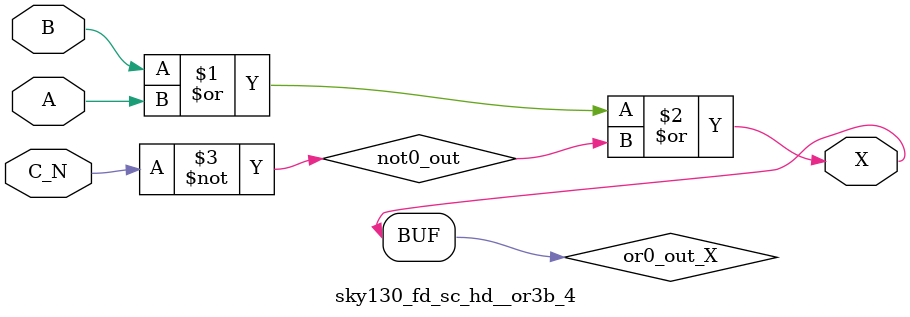
<source format=v>
/*
 * Copyright 2020 The SkyWater PDK Authors
 *
 * Licensed under the Apache License, Version 2.0 (the "License");
 * you may not use this file except in compliance with the License.
 * You may obtain a copy of the License at
 *
 *     https://www.apache.org/licenses/LICENSE-2.0
 *
 * Unless required by applicable law or agreed to in writing, software
 * distributed under the License is distributed on an "AS IS" BASIS,
 * WITHOUT WARRANTIES OR CONDITIONS OF ANY KIND, either express or implied.
 * See the License for the specific language governing permissions and
 * limitations under the License.
 *
 * SPDX-License-Identifier: Apache-2.0
*/


`ifndef SKY130_FD_SC_HD__OR3B_4_FUNCTIONAL_V
`define SKY130_FD_SC_HD__OR3B_4_FUNCTIONAL_V

/**
 * or3b: 3-input OR, first input inverted.
 *
 * Verilog simulation functional model.
 */

`timescale 1ns / 1ps
`default_nettype none

`celldefine
module sky130_fd_sc_hd__or3b_4 (
    X  ,
    A  ,
    B  ,
    C_N
);

    // Module ports
    output X  ;
    input  A  ;
    input  B  ;
    input  C_N;

    // Local signals
    wire not0_out ;
    wire or0_out_X;

    //  Name  Output     Other arguments
    not not0 (not0_out , C_N            );
    or  or0  (or0_out_X, B, A, not0_out );
    buf buf0 (X        , or0_out_X      );

endmodule
`endcelldefine

`default_nettype wire
`endif  // SKY130_FD_SC_HD__OR3B_4_FUNCTIONAL_V

</source>
